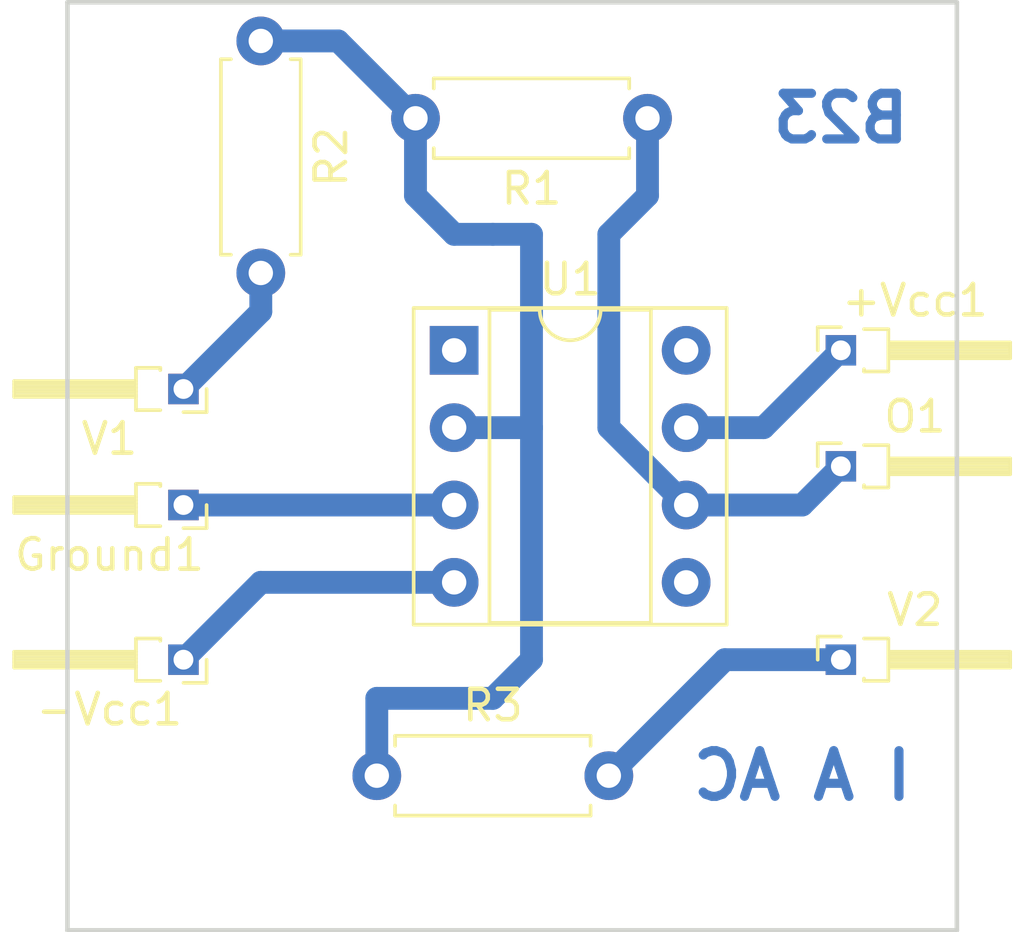
<source format=kicad_pcb>
(kicad_pcb (version 4) (host pcbnew 4.0.7)

  (general
    (links 10)
    (no_connects 0)
    (area 111.884999 64.694999 145.925001 95.325001)
    (thickness 1.6)
    (drawings 6)
    (tracks 27)
    (zones 0)
    (modules 10)
    (nets 11)
  )

  (page A4)
  (layers
    (0 F.Cu signal)
    (31 B.Cu signal)
    (32 B.Adhes user)
    (33 F.Adhes user)
    (34 B.Paste user)
    (35 F.Paste user)
    (36 B.SilkS user)
    (37 F.SilkS user)
    (38 B.Mask user)
    (39 F.Mask user)
    (40 Dwgs.User user)
    (41 Cmts.User user)
    (42 Eco1.User user)
    (43 Eco2.User user)
    (44 Edge.Cuts user)
    (45 Margin user)
    (46 B.CrtYd user)
    (47 F.CrtYd user)
    (48 B.Fab user)
    (49 F.Fab user)
  )

  (setup
    (last_trace_width 0.75)
    (trace_clearance 0.2)
    (zone_clearance 0.508)
    (zone_45_only no)
    (trace_min 0.2)
    (segment_width 0.2)
    (edge_width 0.15)
    (via_size 0.6)
    (via_drill 0.4)
    (via_min_size 0.4)
    (via_min_drill 0.3)
    (uvia_size 0.3)
    (uvia_drill 0.1)
    (uvias_allowed no)
    (uvia_min_size 0.2)
    (uvia_min_drill 0.1)
    (pcb_text_width 0.3)
    (pcb_text_size 1.5 1.5)
    (mod_edge_width 0.15)
    (mod_text_size 1 1)
    (mod_text_width 0.15)
    (pad_size 1.524 1.524)
    (pad_drill 0.762)
    (pad_to_mask_clearance 0.2)
    (aux_axis_origin 0 0)
    (visible_elements FFFFFF7F)
    (pcbplotparams
      (layerselection 0x3d030_80000001)
      (usegerberextensions false)
      (excludeedgelayer true)
      (linewidth 0.100000)
      (plotframeref false)
      (viasonmask false)
      (mode 1)
      (useauxorigin false)
      (hpglpennumber 1)
      (hpglpenspeed 20)
      (hpglpendiameter 15)
      (hpglpenoverlay 2)
      (psnegative false)
      (psa4output false)
      (plotreference true)
      (plotvalue true)
      (plotinvisibletext false)
      (padsonsilk false)
      (subtractmaskfromsilk false)
      (outputformat 4)
      (mirror false)
      (drillshape 0)
      (scaleselection 1)
      (outputdirectory ""))
  )

  (net 0 "")
  (net 1 "Net-(+Vcc1-Pad1)")
  (net 2 "Net-(-Vcc1-Pad1)")
  (net 3 "Net-(Ground1-Pad1)")
  (net 4 "Net-(O1-Pad1)")
  (net 5 "Net-(R1-Pad2)")
  (net 6 "Net-(R2-Pad2)")
  (net 7 "Net-(R3-Pad2)")
  (net 8 "Net-(U1-Pad1)")
  (net 9 "Net-(U1-Pad5)")
  (net 10 "Net-(U1-Pad8)")

  (net_class Default "This is the default net class."
    (clearance 0.2)
    (trace_width 0.75)
    (via_dia 0.6)
    (via_drill 0.4)
    (uvia_dia 0.3)
    (uvia_drill 0.1)
    (add_net "Net-(+Vcc1-Pad1)")
    (add_net "Net-(-Vcc1-Pad1)")
    (add_net "Net-(Ground1-Pad1)")
    (add_net "Net-(O1-Pad1)")
    (add_net "Net-(R1-Pad2)")
    (add_net "Net-(R2-Pad2)")
    (add_net "Net-(R3-Pad2)")
    (add_net "Net-(U1-Pad1)")
    (add_net "Net-(U1-Pad5)")
    (add_net "Net-(U1-Pad8)")
  )

  (module Pin_Headers:Pin_Header_Angled_1x01_Pitch1.27mm (layer F.Cu) (tedit 59650535) (tstamp 5C508AF2)
    (at 139.7 76.2)
    (descr "Through hole angled pin header, 1x01, 1.27mm pitch, 4.0mm pin length, single row")
    (tags "Through hole angled pin header THT 1x01 1.27mm single row")
    (path /5C508620)
    (fp_text reference +Vcc1 (at 2.4325 -1.635) (layer F.SilkS)
      (effects (font (size 1 1) (thickness 0.15)))
    )
    (fp_text value +12V (at 2.4325 1.635) (layer F.Fab)
      (effects (font (size 1 1) (thickness 0.15)))
    )
    (fp_line (start 0.75 -0.635) (end 1.5 -0.635) (layer F.Fab) (width 0.1))
    (fp_line (start 1.5 -0.635) (end 1.5 0.635) (layer F.Fab) (width 0.1))
    (fp_line (start 1.5 0.635) (end 0.5 0.635) (layer F.Fab) (width 0.1))
    (fp_line (start 0.5 0.635) (end 0.5 -0.385) (layer F.Fab) (width 0.1))
    (fp_line (start 0.5 -0.385) (end 0.75 -0.635) (layer F.Fab) (width 0.1))
    (fp_line (start -0.2 -0.2) (end 0.5 -0.2) (layer F.Fab) (width 0.1))
    (fp_line (start -0.2 -0.2) (end -0.2 0.2) (layer F.Fab) (width 0.1))
    (fp_line (start -0.2 0.2) (end 0.5 0.2) (layer F.Fab) (width 0.1))
    (fp_line (start 1.5 -0.2) (end 5.5 -0.2) (layer F.Fab) (width 0.1))
    (fp_line (start 5.5 -0.2) (end 5.5 0.2) (layer F.Fab) (width 0.1))
    (fp_line (start 1.5 0.2) (end 5.5 0.2) (layer F.Fab) (width 0.1))
    (fp_line (start 0.76 -0.695) (end 1.56 -0.695) (layer F.SilkS) (width 0.12))
    (fp_line (start 1.56 -0.695) (end 1.56 0.695) (layer F.SilkS) (width 0.12))
    (fp_line (start 1.56 0.695) (end 0.76 0.695) (layer F.SilkS) (width 0.12))
    (fp_line (start 0.76 0.695) (end 0.76 0.619677) (layer F.SilkS) (width 0.12))
    (fp_line (start 1.56 -0.26) (end 5.56 -0.26) (layer F.SilkS) (width 0.12))
    (fp_line (start 5.56 -0.26) (end 5.56 0.26) (layer F.SilkS) (width 0.12))
    (fp_line (start 5.56 0.26) (end 1.56 0.26) (layer F.SilkS) (width 0.12))
    (fp_line (start 1.56 -0.2) (end 5.56 -0.2) (layer F.SilkS) (width 0.12))
    (fp_line (start 1.56 -0.08) (end 5.56 -0.08) (layer F.SilkS) (width 0.12))
    (fp_line (start 1.56 0.04) (end 5.56 0.04) (layer F.SilkS) (width 0.12))
    (fp_line (start 1.56 0.16) (end 5.56 0.16) (layer F.SilkS) (width 0.12))
    (fp_line (start -0.76 0) (end -0.76 -0.76) (layer F.SilkS) (width 0.12))
    (fp_line (start -0.76 -0.76) (end 0 -0.76) (layer F.SilkS) (width 0.12))
    (fp_line (start -1.15 -1.15) (end -1.15 1.15) (layer F.CrtYd) (width 0.05))
    (fp_line (start -1.15 1.15) (end 6 1.15) (layer F.CrtYd) (width 0.05))
    (fp_line (start 6 1.15) (end 6 -1.15) (layer F.CrtYd) (width 0.05))
    (fp_line (start 6 -1.15) (end -1.15 -1.15) (layer F.CrtYd) (width 0.05))
    (fp_text user %R (at 1 0 90) (layer F.Fab)
      (effects (font (size 0.6 0.6) (thickness 0.09)))
    )
    (pad 1 thru_hole rect (at 0 0) (size 1 1) (drill 0.65) (layers *.Cu *.Mask)
      (net 1 "Net-(+Vcc1-Pad1)"))
    (model ${KISYS3DMOD}/Pin_Headers.3dshapes/Pin_Header_Angled_1x01_Pitch1.27mm.wrl
      (at (xyz 0 0 0))
      (scale (xyz 1 1 1))
      (rotate (xyz 0 0 0))
    )
  )

  (module Pin_Headers:Pin_Header_Angled_1x01_Pitch1.27mm (layer F.Cu) (tedit 59650535) (tstamp 5C508AF7)
    (at 118.11 86.36 180)
    (descr "Through hole angled pin header, 1x01, 1.27mm pitch, 4.0mm pin length, single row")
    (tags "Through hole angled pin header THT 1x01 1.27mm single row")
    (path /5C508595)
    (fp_text reference -Vcc1 (at 2.4325 -1.635 180) (layer F.SilkS)
      (effects (font (size 1 1) (thickness 0.15)))
    )
    (fp_text value -12V (at 2.4325 1.635 180) (layer F.Fab)
      (effects (font (size 1 1) (thickness 0.15)))
    )
    (fp_line (start 0.75 -0.635) (end 1.5 -0.635) (layer F.Fab) (width 0.1))
    (fp_line (start 1.5 -0.635) (end 1.5 0.635) (layer F.Fab) (width 0.1))
    (fp_line (start 1.5 0.635) (end 0.5 0.635) (layer F.Fab) (width 0.1))
    (fp_line (start 0.5 0.635) (end 0.5 -0.385) (layer F.Fab) (width 0.1))
    (fp_line (start 0.5 -0.385) (end 0.75 -0.635) (layer F.Fab) (width 0.1))
    (fp_line (start -0.2 -0.2) (end 0.5 -0.2) (layer F.Fab) (width 0.1))
    (fp_line (start -0.2 -0.2) (end -0.2 0.2) (layer F.Fab) (width 0.1))
    (fp_line (start -0.2 0.2) (end 0.5 0.2) (layer F.Fab) (width 0.1))
    (fp_line (start 1.5 -0.2) (end 5.5 -0.2) (layer F.Fab) (width 0.1))
    (fp_line (start 5.5 -0.2) (end 5.5 0.2) (layer F.Fab) (width 0.1))
    (fp_line (start 1.5 0.2) (end 5.5 0.2) (layer F.Fab) (width 0.1))
    (fp_line (start 0.76 -0.695) (end 1.56 -0.695) (layer F.SilkS) (width 0.12))
    (fp_line (start 1.56 -0.695) (end 1.56 0.695) (layer F.SilkS) (width 0.12))
    (fp_line (start 1.56 0.695) (end 0.76 0.695) (layer F.SilkS) (width 0.12))
    (fp_line (start 0.76 0.695) (end 0.76 0.619677) (layer F.SilkS) (width 0.12))
    (fp_line (start 1.56 -0.26) (end 5.56 -0.26) (layer F.SilkS) (width 0.12))
    (fp_line (start 5.56 -0.26) (end 5.56 0.26) (layer F.SilkS) (width 0.12))
    (fp_line (start 5.56 0.26) (end 1.56 0.26) (layer F.SilkS) (width 0.12))
    (fp_line (start 1.56 -0.2) (end 5.56 -0.2) (layer F.SilkS) (width 0.12))
    (fp_line (start 1.56 -0.08) (end 5.56 -0.08) (layer F.SilkS) (width 0.12))
    (fp_line (start 1.56 0.04) (end 5.56 0.04) (layer F.SilkS) (width 0.12))
    (fp_line (start 1.56 0.16) (end 5.56 0.16) (layer F.SilkS) (width 0.12))
    (fp_line (start -0.76 0) (end -0.76 -0.76) (layer F.SilkS) (width 0.12))
    (fp_line (start -0.76 -0.76) (end 0 -0.76) (layer F.SilkS) (width 0.12))
    (fp_line (start -1.15 -1.15) (end -1.15 1.15) (layer F.CrtYd) (width 0.05))
    (fp_line (start -1.15 1.15) (end 6 1.15) (layer F.CrtYd) (width 0.05))
    (fp_line (start 6 1.15) (end 6 -1.15) (layer F.CrtYd) (width 0.05))
    (fp_line (start 6 -1.15) (end -1.15 -1.15) (layer F.CrtYd) (width 0.05))
    (fp_text user %R (at 1 0 270) (layer F.Fab)
      (effects (font (size 0.6 0.6) (thickness 0.09)))
    )
    (pad 1 thru_hole rect (at 0 0 180) (size 1 1) (drill 0.65) (layers *.Cu *.Mask)
      (net 2 "Net-(-Vcc1-Pad1)"))
    (model ${KISYS3DMOD}/Pin_Headers.3dshapes/Pin_Header_Angled_1x01_Pitch1.27mm.wrl
      (at (xyz 0 0 0))
      (scale (xyz 1 1 1))
      (rotate (xyz 0 0 0))
    )
  )

  (module Pin_Headers:Pin_Header_Angled_1x01_Pitch1.27mm (layer F.Cu) (tedit 59650535) (tstamp 5C508AFC)
    (at 118.11 81.28 180)
    (descr "Through hole angled pin header, 1x01, 1.27mm pitch, 4.0mm pin length, single row")
    (tags "Through hole angled pin header THT 1x01 1.27mm single row")
    (path /5C50857A)
    (fp_text reference Ground1 (at 2.4325 -1.635 180) (layer F.SilkS)
      (effects (font (size 1 1) (thickness 0.15)))
    )
    (fp_text value Gnd (at 2.4325 1.635 180) (layer F.Fab)
      (effects (font (size 1 1) (thickness 0.15)))
    )
    (fp_line (start 0.75 -0.635) (end 1.5 -0.635) (layer F.Fab) (width 0.1))
    (fp_line (start 1.5 -0.635) (end 1.5 0.635) (layer F.Fab) (width 0.1))
    (fp_line (start 1.5 0.635) (end 0.5 0.635) (layer F.Fab) (width 0.1))
    (fp_line (start 0.5 0.635) (end 0.5 -0.385) (layer F.Fab) (width 0.1))
    (fp_line (start 0.5 -0.385) (end 0.75 -0.635) (layer F.Fab) (width 0.1))
    (fp_line (start -0.2 -0.2) (end 0.5 -0.2) (layer F.Fab) (width 0.1))
    (fp_line (start -0.2 -0.2) (end -0.2 0.2) (layer F.Fab) (width 0.1))
    (fp_line (start -0.2 0.2) (end 0.5 0.2) (layer F.Fab) (width 0.1))
    (fp_line (start 1.5 -0.2) (end 5.5 -0.2) (layer F.Fab) (width 0.1))
    (fp_line (start 5.5 -0.2) (end 5.5 0.2) (layer F.Fab) (width 0.1))
    (fp_line (start 1.5 0.2) (end 5.5 0.2) (layer F.Fab) (width 0.1))
    (fp_line (start 0.76 -0.695) (end 1.56 -0.695) (layer F.SilkS) (width 0.12))
    (fp_line (start 1.56 -0.695) (end 1.56 0.695) (layer F.SilkS) (width 0.12))
    (fp_line (start 1.56 0.695) (end 0.76 0.695) (layer F.SilkS) (width 0.12))
    (fp_line (start 0.76 0.695) (end 0.76 0.619677) (layer F.SilkS) (width 0.12))
    (fp_line (start 1.56 -0.26) (end 5.56 -0.26) (layer F.SilkS) (width 0.12))
    (fp_line (start 5.56 -0.26) (end 5.56 0.26) (layer F.SilkS) (width 0.12))
    (fp_line (start 5.56 0.26) (end 1.56 0.26) (layer F.SilkS) (width 0.12))
    (fp_line (start 1.56 -0.2) (end 5.56 -0.2) (layer F.SilkS) (width 0.12))
    (fp_line (start 1.56 -0.08) (end 5.56 -0.08) (layer F.SilkS) (width 0.12))
    (fp_line (start 1.56 0.04) (end 5.56 0.04) (layer F.SilkS) (width 0.12))
    (fp_line (start 1.56 0.16) (end 5.56 0.16) (layer F.SilkS) (width 0.12))
    (fp_line (start -0.76 0) (end -0.76 -0.76) (layer F.SilkS) (width 0.12))
    (fp_line (start -0.76 -0.76) (end 0 -0.76) (layer F.SilkS) (width 0.12))
    (fp_line (start -1.15 -1.15) (end -1.15 1.15) (layer F.CrtYd) (width 0.05))
    (fp_line (start -1.15 1.15) (end 6 1.15) (layer F.CrtYd) (width 0.05))
    (fp_line (start 6 1.15) (end 6 -1.15) (layer F.CrtYd) (width 0.05))
    (fp_line (start 6 -1.15) (end -1.15 -1.15) (layer F.CrtYd) (width 0.05))
    (fp_text user %R (at 1 0 270) (layer F.Fab)
      (effects (font (size 0.6 0.6) (thickness 0.09)))
    )
    (pad 1 thru_hole rect (at 0 0 180) (size 1 1) (drill 0.65) (layers *.Cu *.Mask)
      (net 3 "Net-(Ground1-Pad1)"))
    (model ${KISYS3DMOD}/Pin_Headers.3dshapes/Pin_Header_Angled_1x01_Pitch1.27mm.wrl
      (at (xyz 0 0 0))
      (scale (xyz 1 1 1))
      (rotate (xyz 0 0 0))
    )
  )

  (module Pin_Headers:Pin_Header_Angled_1x01_Pitch1.27mm (layer F.Cu) (tedit 59650535) (tstamp 5C508B01)
    (at 139.7 80.01)
    (descr "Through hole angled pin header, 1x01, 1.27mm pitch, 4.0mm pin length, single row")
    (tags "Through hole angled pin header THT 1x01 1.27mm single row")
    (path /5C5085F7)
    (fp_text reference O1 (at 2.4325 -1.635) (layer F.SilkS)
      (effects (font (size 1 1) (thickness 0.15)))
    )
    (fp_text value CRO (at 2.4325 1.635) (layer F.Fab)
      (effects (font (size 1 1) (thickness 0.15)))
    )
    (fp_line (start 0.75 -0.635) (end 1.5 -0.635) (layer F.Fab) (width 0.1))
    (fp_line (start 1.5 -0.635) (end 1.5 0.635) (layer F.Fab) (width 0.1))
    (fp_line (start 1.5 0.635) (end 0.5 0.635) (layer F.Fab) (width 0.1))
    (fp_line (start 0.5 0.635) (end 0.5 -0.385) (layer F.Fab) (width 0.1))
    (fp_line (start 0.5 -0.385) (end 0.75 -0.635) (layer F.Fab) (width 0.1))
    (fp_line (start -0.2 -0.2) (end 0.5 -0.2) (layer F.Fab) (width 0.1))
    (fp_line (start -0.2 -0.2) (end -0.2 0.2) (layer F.Fab) (width 0.1))
    (fp_line (start -0.2 0.2) (end 0.5 0.2) (layer F.Fab) (width 0.1))
    (fp_line (start 1.5 -0.2) (end 5.5 -0.2) (layer F.Fab) (width 0.1))
    (fp_line (start 5.5 -0.2) (end 5.5 0.2) (layer F.Fab) (width 0.1))
    (fp_line (start 1.5 0.2) (end 5.5 0.2) (layer F.Fab) (width 0.1))
    (fp_line (start 0.76 -0.695) (end 1.56 -0.695) (layer F.SilkS) (width 0.12))
    (fp_line (start 1.56 -0.695) (end 1.56 0.695) (layer F.SilkS) (width 0.12))
    (fp_line (start 1.56 0.695) (end 0.76 0.695) (layer F.SilkS) (width 0.12))
    (fp_line (start 0.76 0.695) (end 0.76 0.619677) (layer F.SilkS) (width 0.12))
    (fp_line (start 1.56 -0.26) (end 5.56 -0.26) (layer F.SilkS) (width 0.12))
    (fp_line (start 5.56 -0.26) (end 5.56 0.26) (layer F.SilkS) (width 0.12))
    (fp_line (start 5.56 0.26) (end 1.56 0.26) (layer F.SilkS) (width 0.12))
    (fp_line (start 1.56 -0.2) (end 5.56 -0.2) (layer F.SilkS) (width 0.12))
    (fp_line (start 1.56 -0.08) (end 5.56 -0.08) (layer F.SilkS) (width 0.12))
    (fp_line (start 1.56 0.04) (end 5.56 0.04) (layer F.SilkS) (width 0.12))
    (fp_line (start 1.56 0.16) (end 5.56 0.16) (layer F.SilkS) (width 0.12))
    (fp_line (start -0.76 0) (end -0.76 -0.76) (layer F.SilkS) (width 0.12))
    (fp_line (start -0.76 -0.76) (end 0 -0.76) (layer F.SilkS) (width 0.12))
    (fp_line (start -1.15 -1.15) (end -1.15 1.15) (layer F.CrtYd) (width 0.05))
    (fp_line (start -1.15 1.15) (end 6 1.15) (layer F.CrtYd) (width 0.05))
    (fp_line (start 6 1.15) (end 6 -1.15) (layer F.CrtYd) (width 0.05))
    (fp_line (start 6 -1.15) (end -1.15 -1.15) (layer F.CrtYd) (width 0.05))
    (fp_text user %R (at 1 0 90) (layer F.Fab)
      (effects (font (size 0.6 0.6) (thickness 0.09)))
    )
    (pad 1 thru_hole rect (at 0 0) (size 1 1) (drill 0.65) (layers *.Cu *.Mask)
      (net 4 "Net-(O1-Pad1)"))
    (model ${KISYS3DMOD}/Pin_Headers.3dshapes/Pin_Header_Angled_1x01_Pitch1.27mm.wrl
      (at (xyz 0 0 0))
      (scale (xyz 1 1 1))
      (rotate (xyz 0 0 0))
    )
  )

  (module Resistors_THT:R_Axial_DIN0207_L6.3mm_D2.5mm_P7.62mm_Horizontal (layer F.Cu) (tedit 5874F706) (tstamp 5C508B07)
    (at 133.35 68.58 180)
    (descr "Resistor, Axial_DIN0207 series, Axial, Horizontal, pin pitch=7.62mm, 0.25W = 1/4W, length*diameter=6.3*2.5mm^2, http://cdn-reichelt.de/documents/datenblatt/B400/1_4W%23YAG.pdf")
    (tags "Resistor Axial_DIN0207 series Axial Horizontal pin pitch 7.62mm 0.25W = 1/4W length 6.3mm diameter 2.5mm")
    (path /5C508740)
    (fp_text reference R1 (at 3.81 -2.31 180) (layer F.SilkS)
      (effects (font (size 1 1) (thickness 0.15)))
    )
    (fp_text value "1k ohm" (at 3.81 2.31 180) (layer F.Fab)
      (effects (font (size 1 1) (thickness 0.15)))
    )
    (fp_line (start 0.66 -1.25) (end 0.66 1.25) (layer F.Fab) (width 0.1))
    (fp_line (start 0.66 1.25) (end 6.96 1.25) (layer F.Fab) (width 0.1))
    (fp_line (start 6.96 1.25) (end 6.96 -1.25) (layer F.Fab) (width 0.1))
    (fp_line (start 6.96 -1.25) (end 0.66 -1.25) (layer F.Fab) (width 0.1))
    (fp_line (start 0 0) (end 0.66 0) (layer F.Fab) (width 0.1))
    (fp_line (start 7.62 0) (end 6.96 0) (layer F.Fab) (width 0.1))
    (fp_line (start 0.6 -0.98) (end 0.6 -1.31) (layer F.SilkS) (width 0.12))
    (fp_line (start 0.6 -1.31) (end 7.02 -1.31) (layer F.SilkS) (width 0.12))
    (fp_line (start 7.02 -1.31) (end 7.02 -0.98) (layer F.SilkS) (width 0.12))
    (fp_line (start 0.6 0.98) (end 0.6 1.31) (layer F.SilkS) (width 0.12))
    (fp_line (start 0.6 1.31) (end 7.02 1.31) (layer F.SilkS) (width 0.12))
    (fp_line (start 7.02 1.31) (end 7.02 0.98) (layer F.SilkS) (width 0.12))
    (fp_line (start -1.05 -1.6) (end -1.05 1.6) (layer F.CrtYd) (width 0.05))
    (fp_line (start -1.05 1.6) (end 8.7 1.6) (layer F.CrtYd) (width 0.05))
    (fp_line (start 8.7 1.6) (end 8.7 -1.6) (layer F.CrtYd) (width 0.05))
    (fp_line (start 8.7 -1.6) (end -1.05 -1.6) (layer F.CrtYd) (width 0.05))
    (pad 1 thru_hole circle (at 0 0 180) (size 1.6 1.6) (drill 0.8) (layers *.Cu *.Mask)
      (net 4 "Net-(O1-Pad1)"))
    (pad 2 thru_hole oval (at 7.62 0 180) (size 1.6 1.6) (drill 0.8) (layers *.Cu *.Mask)
      (net 5 "Net-(R1-Pad2)"))
    (model ${KISYS3DMOD}/Resistors_THT.3dshapes/R_Axial_DIN0207_L6.3mm_D2.5mm_P7.62mm_Horizontal.wrl
      (at (xyz 0 0 0))
      (scale (xyz 0.393701 0.393701 0.393701))
      (rotate (xyz 0 0 0))
    )
  )

  (module Resistors_THT:R_Axial_DIN0207_L6.3mm_D2.5mm_P7.62mm_Horizontal (layer F.Cu) (tedit 5874F706) (tstamp 5C508B0D)
    (at 120.65 66.04 270)
    (descr "Resistor, Axial_DIN0207 series, Axial, Horizontal, pin pitch=7.62mm, 0.25W = 1/4W, length*diameter=6.3*2.5mm^2, http://cdn-reichelt.de/documents/datenblatt/B400/1_4W%23YAG.pdf")
    (tags "Resistor Axial_DIN0207 series Axial Horizontal pin pitch 7.62mm 0.25W = 1/4W length 6.3mm diameter 2.5mm")
    (path /5C508775)
    (fp_text reference R2 (at 3.81 -2.31 270) (layer F.SilkS)
      (effects (font (size 1 1) (thickness 0.15)))
    )
    (fp_text value "1k ohm" (at 3.81 2.31 270) (layer F.Fab)
      (effects (font (size 1 1) (thickness 0.15)))
    )
    (fp_line (start 0.66 -1.25) (end 0.66 1.25) (layer F.Fab) (width 0.1))
    (fp_line (start 0.66 1.25) (end 6.96 1.25) (layer F.Fab) (width 0.1))
    (fp_line (start 6.96 1.25) (end 6.96 -1.25) (layer F.Fab) (width 0.1))
    (fp_line (start 6.96 -1.25) (end 0.66 -1.25) (layer F.Fab) (width 0.1))
    (fp_line (start 0 0) (end 0.66 0) (layer F.Fab) (width 0.1))
    (fp_line (start 7.62 0) (end 6.96 0) (layer F.Fab) (width 0.1))
    (fp_line (start 0.6 -0.98) (end 0.6 -1.31) (layer F.SilkS) (width 0.12))
    (fp_line (start 0.6 -1.31) (end 7.02 -1.31) (layer F.SilkS) (width 0.12))
    (fp_line (start 7.02 -1.31) (end 7.02 -0.98) (layer F.SilkS) (width 0.12))
    (fp_line (start 0.6 0.98) (end 0.6 1.31) (layer F.SilkS) (width 0.12))
    (fp_line (start 0.6 1.31) (end 7.02 1.31) (layer F.SilkS) (width 0.12))
    (fp_line (start 7.02 1.31) (end 7.02 0.98) (layer F.SilkS) (width 0.12))
    (fp_line (start -1.05 -1.6) (end -1.05 1.6) (layer F.CrtYd) (width 0.05))
    (fp_line (start -1.05 1.6) (end 8.7 1.6) (layer F.CrtYd) (width 0.05))
    (fp_line (start 8.7 1.6) (end 8.7 -1.6) (layer F.CrtYd) (width 0.05))
    (fp_line (start 8.7 -1.6) (end -1.05 -1.6) (layer F.CrtYd) (width 0.05))
    (pad 1 thru_hole circle (at 0 0 270) (size 1.6 1.6) (drill 0.8) (layers *.Cu *.Mask)
      (net 5 "Net-(R1-Pad2)"))
    (pad 2 thru_hole oval (at 7.62 0 270) (size 1.6 1.6) (drill 0.8) (layers *.Cu *.Mask)
      (net 6 "Net-(R2-Pad2)"))
    (model ${KISYS3DMOD}/Resistors_THT.3dshapes/R_Axial_DIN0207_L6.3mm_D2.5mm_P7.62mm_Horizontal.wrl
      (at (xyz 0 0 0))
      (scale (xyz 0.393701 0.393701 0.393701))
      (rotate (xyz 0 0 0))
    )
  )

  (module Resistors_THT:R_Axial_DIN0207_L6.3mm_D2.5mm_P7.62mm_Horizontal (layer F.Cu) (tedit 5874F706) (tstamp 5C508B13)
    (at 124.46 90.17)
    (descr "Resistor, Axial_DIN0207 series, Axial, Horizontal, pin pitch=7.62mm, 0.25W = 1/4W, length*diameter=6.3*2.5mm^2, http://cdn-reichelt.de/documents/datenblatt/B400/1_4W%23YAG.pdf")
    (tags "Resistor Axial_DIN0207 series Axial Horizontal pin pitch 7.62mm 0.25W = 1/4W length 6.3mm diameter 2.5mm")
    (path /5C50879C)
    (fp_text reference R3 (at 3.81 -2.31) (layer F.SilkS)
      (effects (font (size 1 1) (thickness 0.15)))
    )
    (fp_text value "1k ohm" (at 3.81 2.31) (layer F.Fab)
      (effects (font (size 1 1) (thickness 0.15)))
    )
    (fp_line (start 0.66 -1.25) (end 0.66 1.25) (layer F.Fab) (width 0.1))
    (fp_line (start 0.66 1.25) (end 6.96 1.25) (layer F.Fab) (width 0.1))
    (fp_line (start 6.96 1.25) (end 6.96 -1.25) (layer F.Fab) (width 0.1))
    (fp_line (start 6.96 -1.25) (end 0.66 -1.25) (layer F.Fab) (width 0.1))
    (fp_line (start 0 0) (end 0.66 0) (layer F.Fab) (width 0.1))
    (fp_line (start 7.62 0) (end 6.96 0) (layer F.Fab) (width 0.1))
    (fp_line (start 0.6 -0.98) (end 0.6 -1.31) (layer F.SilkS) (width 0.12))
    (fp_line (start 0.6 -1.31) (end 7.02 -1.31) (layer F.SilkS) (width 0.12))
    (fp_line (start 7.02 -1.31) (end 7.02 -0.98) (layer F.SilkS) (width 0.12))
    (fp_line (start 0.6 0.98) (end 0.6 1.31) (layer F.SilkS) (width 0.12))
    (fp_line (start 0.6 1.31) (end 7.02 1.31) (layer F.SilkS) (width 0.12))
    (fp_line (start 7.02 1.31) (end 7.02 0.98) (layer F.SilkS) (width 0.12))
    (fp_line (start -1.05 -1.6) (end -1.05 1.6) (layer F.CrtYd) (width 0.05))
    (fp_line (start -1.05 1.6) (end 8.7 1.6) (layer F.CrtYd) (width 0.05))
    (fp_line (start 8.7 1.6) (end 8.7 -1.6) (layer F.CrtYd) (width 0.05))
    (fp_line (start 8.7 -1.6) (end -1.05 -1.6) (layer F.CrtYd) (width 0.05))
    (pad 1 thru_hole circle (at 0 0) (size 1.6 1.6) (drill 0.8) (layers *.Cu *.Mask)
      (net 5 "Net-(R1-Pad2)"))
    (pad 2 thru_hole oval (at 7.62 0) (size 1.6 1.6) (drill 0.8) (layers *.Cu *.Mask)
      (net 7 "Net-(R3-Pad2)"))
    (model ${KISYS3DMOD}/Resistors_THT.3dshapes/R_Axial_DIN0207_L6.3mm_D2.5mm_P7.62mm_Horizontal.wrl
      (at (xyz 0 0 0))
      (scale (xyz 0.393701 0.393701 0.393701))
      (rotate (xyz 0 0 0))
    )
  )

  (module Housings_DIP:DIP-8_W7.62mm_Socket (layer F.Cu) (tedit 59C78D6B) (tstamp 5C508B1F)
    (at 127 76.2)
    (descr "8-lead though-hole mounted DIP package, row spacing 7.62 mm (300 mils), Socket")
    (tags "THT DIP DIL PDIP 2.54mm 7.62mm 300mil Socket")
    (path /5C50850F)
    (fp_text reference U1 (at 3.81 -2.33) (layer F.SilkS)
      (effects (font (size 1 1) (thickness 0.15)))
    )
    (fp_text value LM741 (at 3.81 9.95) (layer F.Fab)
      (effects (font (size 1 1) (thickness 0.15)))
    )
    (fp_arc (start 3.81 -1.33) (end 2.81 -1.33) (angle -180) (layer F.SilkS) (width 0.12))
    (fp_line (start 1.635 -1.27) (end 6.985 -1.27) (layer F.Fab) (width 0.1))
    (fp_line (start 6.985 -1.27) (end 6.985 8.89) (layer F.Fab) (width 0.1))
    (fp_line (start 6.985 8.89) (end 0.635 8.89) (layer F.Fab) (width 0.1))
    (fp_line (start 0.635 8.89) (end 0.635 -0.27) (layer F.Fab) (width 0.1))
    (fp_line (start 0.635 -0.27) (end 1.635 -1.27) (layer F.Fab) (width 0.1))
    (fp_line (start -1.27 -1.33) (end -1.27 8.95) (layer F.Fab) (width 0.1))
    (fp_line (start -1.27 8.95) (end 8.89 8.95) (layer F.Fab) (width 0.1))
    (fp_line (start 8.89 8.95) (end 8.89 -1.33) (layer F.Fab) (width 0.1))
    (fp_line (start 8.89 -1.33) (end -1.27 -1.33) (layer F.Fab) (width 0.1))
    (fp_line (start 2.81 -1.33) (end 1.16 -1.33) (layer F.SilkS) (width 0.12))
    (fp_line (start 1.16 -1.33) (end 1.16 8.95) (layer F.SilkS) (width 0.12))
    (fp_line (start 1.16 8.95) (end 6.46 8.95) (layer F.SilkS) (width 0.12))
    (fp_line (start 6.46 8.95) (end 6.46 -1.33) (layer F.SilkS) (width 0.12))
    (fp_line (start 6.46 -1.33) (end 4.81 -1.33) (layer F.SilkS) (width 0.12))
    (fp_line (start -1.33 -1.39) (end -1.33 9.01) (layer F.SilkS) (width 0.12))
    (fp_line (start -1.33 9.01) (end 8.95 9.01) (layer F.SilkS) (width 0.12))
    (fp_line (start 8.95 9.01) (end 8.95 -1.39) (layer F.SilkS) (width 0.12))
    (fp_line (start 8.95 -1.39) (end -1.33 -1.39) (layer F.SilkS) (width 0.12))
    (fp_line (start -1.55 -1.6) (end -1.55 9.2) (layer F.CrtYd) (width 0.05))
    (fp_line (start -1.55 9.2) (end 9.15 9.2) (layer F.CrtYd) (width 0.05))
    (fp_line (start 9.15 9.2) (end 9.15 -1.6) (layer F.CrtYd) (width 0.05))
    (fp_line (start 9.15 -1.6) (end -1.55 -1.6) (layer F.CrtYd) (width 0.05))
    (fp_text user %R (at 3.81 3.81) (layer F.Fab)
      (effects (font (size 1 1) (thickness 0.15)))
    )
    (pad 1 thru_hole rect (at 0 0) (size 1.6 1.6) (drill 0.8) (layers *.Cu *.Mask)
      (net 8 "Net-(U1-Pad1)"))
    (pad 5 thru_hole oval (at 7.62 7.62) (size 1.6 1.6) (drill 0.8) (layers *.Cu *.Mask)
      (net 9 "Net-(U1-Pad5)"))
    (pad 2 thru_hole oval (at 0 2.54) (size 1.6 1.6) (drill 0.8) (layers *.Cu *.Mask)
      (net 5 "Net-(R1-Pad2)"))
    (pad 6 thru_hole oval (at 7.62 5.08) (size 1.6 1.6) (drill 0.8) (layers *.Cu *.Mask)
      (net 4 "Net-(O1-Pad1)"))
    (pad 3 thru_hole oval (at 0 5.08) (size 1.6 1.6) (drill 0.8) (layers *.Cu *.Mask)
      (net 3 "Net-(Ground1-Pad1)"))
    (pad 7 thru_hole oval (at 7.62 2.54) (size 1.6 1.6) (drill 0.8) (layers *.Cu *.Mask)
      (net 1 "Net-(+Vcc1-Pad1)"))
    (pad 4 thru_hole oval (at 0 7.62) (size 1.6 1.6) (drill 0.8) (layers *.Cu *.Mask)
      (net 2 "Net-(-Vcc1-Pad1)"))
    (pad 8 thru_hole oval (at 7.62 0) (size 1.6 1.6) (drill 0.8) (layers *.Cu *.Mask)
      (net 10 "Net-(U1-Pad8)"))
    (model ${KISYS3DMOD}/Housings_DIP.3dshapes/DIP-8_W7.62mm_Socket.wrl
      (at (xyz 0 0 0))
      (scale (xyz 1 1 1))
      (rotate (xyz 0 0 0))
    )
  )

  (module Pin_Headers:Pin_Header_Angled_1x01_Pitch1.27mm (layer F.Cu) (tedit 59650535) (tstamp 5C508B24)
    (at 118.11 77.47 180)
    (descr "Through hole angled pin header, 1x01, 1.27mm pitch, 4.0mm pin length, single row")
    (tags "Through hole angled pin header THT 1x01 1.27mm single row")
    (path /5C508553)
    (fp_text reference V1 (at 2.4325 -1.635 180) (layer F.SilkS)
      (effects (font (size 1 1) (thickness 0.15)))
    )
    (fp_text value I1 (at 2.4325 1.635 180) (layer F.Fab)
      (effects (font (size 1 1) (thickness 0.15)))
    )
    (fp_line (start 0.75 -0.635) (end 1.5 -0.635) (layer F.Fab) (width 0.1))
    (fp_line (start 1.5 -0.635) (end 1.5 0.635) (layer F.Fab) (width 0.1))
    (fp_line (start 1.5 0.635) (end 0.5 0.635) (layer F.Fab) (width 0.1))
    (fp_line (start 0.5 0.635) (end 0.5 -0.385) (layer F.Fab) (width 0.1))
    (fp_line (start 0.5 -0.385) (end 0.75 -0.635) (layer F.Fab) (width 0.1))
    (fp_line (start -0.2 -0.2) (end 0.5 -0.2) (layer F.Fab) (width 0.1))
    (fp_line (start -0.2 -0.2) (end -0.2 0.2) (layer F.Fab) (width 0.1))
    (fp_line (start -0.2 0.2) (end 0.5 0.2) (layer F.Fab) (width 0.1))
    (fp_line (start 1.5 -0.2) (end 5.5 -0.2) (layer F.Fab) (width 0.1))
    (fp_line (start 5.5 -0.2) (end 5.5 0.2) (layer F.Fab) (width 0.1))
    (fp_line (start 1.5 0.2) (end 5.5 0.2) (layer F.Fab) (width 0.1))
    (fp_line (start 0.76 -0.695) (end 1.56 -0.695) (layer F.SilkS) (width 0.12))
    (fp_line (start 1.56 -0.695) (end 1.56 0.695) (layer F.SilkS) (width 0.12))
    (fp_line (start 1.56 0.695) (end 0.76 0.695) (layer F.SilkS) (width 0.12))
    (fp_line (start 0.76 0.695) (end 0.76 0.619677) (layer F.SilkS) (width 0.12))
    (fp_line (start 1.56 -0.26) (end 5.56 -0.26) (layer F.SilkS) (width 0.12))
    (fp_line (start 5.56 -0.26) (end 5.56 0.26) (layer F.SilkS) (width 0.12))
    (fp_line (start 5.56 0.26) (end 1.56 0.26) (layer F.SilkS) (width 0.12))
    (fp_line (start 1.56 -0.2) (end 5.56 -0.2) (layer F.SilkS) (width 0.12))
    (fp_line (start 1.56 -0.08) (end 5.56 -0.08) (layer F.SilkS) (width 0.12))
    (fp_line (start 1.56 0.04) (end 5.56 0.04) (layer F.SilkS) (width 0.12))
    (fp_line (start 1.56 0.16) (end 5.56 0.16) (layer F.SilkS) (width 0.12))
    (fp_line (start -0.76 0) (end -0.76 -0.76) (layer F.SilkS) (width 0.12))
    (fp_line (start -0.76 -0.76) (end 0 -0.76) (layer F.SilkS) (width 0.12))
    (fp_line (start -1.15 -1.15) (end -1.15 1.15) (layer F.CrtYd) (width 0.05))
    (fp_line (start -1.15 1.15) (end 6 1.15) (layer F.CrtYd) (width 0.05))
    (fp_line (start 6 1.15) (end 6 -1.15) (layer F.CrtYd) (width 0.05))
    (fp_line (start 6 -1.15) (end -1.15 -1.15) (layer F.CrtYd) (width 0.05))
    (fp_text user %R (at 1 0 270) (layer F.Fab)
      (effects (font (size 0.6 0.6) (thickness 0.09)))
    )
    (pad 1 thru_hole rect (at 0 0 180) (size 1 1) (drill 0.65) (layers *.Cu *.Mask)
      (net 6 "Net-(R2-Pad2)"))
    (model ${KISYS3DMOD}/Pin_Headers.3dshapes/Pin_Header_Angled_1x01_Pitch1.27mm.wrl
      (at (xyz 0 0 0))
      (scale (xyz 1 1 1))
      (rotate (xyz 0 0 0))
    )
  )

  (module Pin_Headers:Pin_Header_Angled_1x01_Pitch1.27mm (layer F.Cu) (tedit 59650535) (tstamp 5C508B29)
    (at 139.7 86.36)
    (descr "Through hole angled pin header, 1x01, 1.27mm pitch, 4.0mm pin length, single row")
    (tags "Through hole angled pin header THT 1x01 1.27mm single row")
    (path /5C508877)
    (fp_text reference V2 (at 2.4325 -1.635) (layer F.SilkS)
      (effects (font (size 1 1) (thickness 0.15)))
    )
    (fp_text value I2 (at 2.4325 1.635) (layer F.Fab)
      (effects (font (size 1 1) (thickness 0.15)))
    )
    (fp_line (start 0.75 -0.635) (end 1.5 -0.635) (layer F.Fab) (width 0.1))
    (fp_line (start 1.5 -0.635) (end 1.5 0.635) (layer F.Fab) (width 0.1))
    (fp_line (start 1.5 0.635) (end 0.5 0.635) (layer F.Fab) (width 0.1))
    (fp_line (start 0.5 0.635) (end 0.5 -0.385) (layer F.Fab) (width 0.1))
    (fp_line (start 0.5 -0.385) (end 0.75 -0.635) (layer F.Fab) (width 0.1))
    (fp_line (start -0.2 -0.2) (end 0.5 -0.2) (layer F.Fab) (width 0.1))
    (fp_line (start -0.2 -0.2) (end -0.2 0.2) (layer F.Fab) (width 0.1))
    (fp_line (start -0.2 0.2) (end 0.5 0.2) (layer F.Fab) (width 0.1))
    (fp_line (start 1.5 -0.2) (end 5.5 -0.2) (layer F.Fab) (width 0.1))
    (fp_line (start 5.5 -0.2) (end 5.5 0.2) (layer F.Fab) (width 0.1))
    (fp_line (start 1.5 0.2) (end 5.5 0.2) (layer F.Fab) (width 0.1))
    (fp_line (start 0.76 -0.695) (end 1.56 -0.695) (layer F.SilkS) (width 0.12))
    (fp_line (start 1.56 -0.695) (end 1.56 0.695) (layer F.SilkS) (width 0.12))
    (fp_line (start 1.56 0.695) (end 0.76 0.695) (layer F.SilkS) (width 0.12))
    (fp_line (start 0.76 0.695) (end 0.76 0.619677) (layer F.SilkS) (width 0.12))
    (fp_line (start 1.56 -0.26) (end 5.56 -0.26) (layer F.SilkS) (width 0.12))
    (fp_line (start 5.56 -0.26) (end 5.56 0.26) (layer F.SilkS) (width 0.12))
    (fp_line (start 5.56 0.26) (end 1.56 0.26) (layer F.SilkS) (width 0.12))
    (fp_line (start 1.56 -0.2) (end 5.56 -0.2) (layer F.SilkS) (width 0.12))
    (fp_line (start 1.56 -0.08) (end 5.56 -0.08) (layer F.SilkS) (width 0.12))
    (fp_line (start 1.56 0.04) (end 5.56 0.04) (layer F.SilkS) (width 0.12))
    (fp_line (start 1.56 0.16) (end 5.56 0.16) (layer F.SilkS) (width 0.12))
    (fp_line (start -0.76 0) (end -0.76 -0.76) (layer F.SilkS) (width 0.12))
    (fp_line (start -0.76 -0.76) (end 0 -0.76) (layer F.SilkS) (width 0.12))
    (fp_line (start -1.15 -1.15) (end -1.15 1.15) (layer F.CrtYd) (width 0.05))
    (fp_line (start -1.15 1.15) (end 6 1.15) (layer F.CrtYd) (width 0.05))
    (fp_line (start 6 1.15) (end 6 -1.15) (layer F.CrtYd) (width 0.05))
    (fp_line (start 6 -1.15) (end -1.15 -1.15) (layer F.CrtYd) (width 0.05))
    (fp_text user %R (at 1 0 90) (layer F.Fab)
      (effects (font (size 0.6 0.6) (thickness 0.09)))
    )
    (pad 1 thru_hole rect (at 0 0) (size 1 1) (drill 0.65) (layers *.Cu *.Mask)
      (net 7 "Net-(R3-Pad2)"))
    (model ${KISYS3DMOD}/Pin_Headers.3dshapes/Pin_Header_Angled_1x01_Pitch1.27mm.wrl
      (at (xyz 0 0 0))
      (scale (xyz 1 1 1))
      (rotate (xyz 0 0 0))
    )
  )

  (gr_line (start 143.51 64.77) (end 114.3 64.77) (angle 90) (layer Edge.Cuts) (width 0.15))
  (gr_line (start 143.51 95.25) (end 143.51 64.77) (angle 90) (layer Edge.Cuts) (width 0.15))
  (gr_line (start 114.3 95.25) (end 143.51 95.25) (angle 90) (layer Edge.Cuts) (width 0.15))
  (gr_line (start 114.3 64.77) (end 114.3 95.25) (angle 90) (layer Edge.Cuts) (width 0.15))
  (gr_text "I A AC" (at 138.43 90.17) (layer B.Cu)
    (effects (font (size 1.5 1.5) (thickness 0.3)) (justify mirror))
  )
  (gr_text B23 (at 139.7 68.58) (layer B.Cu)
    (effects (font (size 1.5 1.5) (thickness 0.3)) (justify mirror))
  )

  (segment (start 134.62 78.74) (end 137.16 78.74) (width 0.75) (layer B.Cu) (net 1) (status 400000))
  (segment (start 137.16 78.74) (end 139.7 76.2) (width 0.75) (layer B.Cu) (net 1) (tstamp 5C508C53) (status 800000))
  (segment (start 127 83.82) (end 120.65 83.82) (width 0.75) (layer B.Cu) (net 2) (status 400000))
  (segment (start 120.65 83.82) (end 118.11 86.36) (width 0.75) (layer B.Cu) (net 2) (tstamp 5C508C8F) (status 800000))
  (segment (start 127 81.28) (end 118.11 81.28) (width 0.75) (layer B.Cu) (net 3) (status C00000))
  (segment (start 133.35 68.58) (end 133.35 71.12) (width 0.75) (layer B.Cu) (net 4) (status 400000))
  (segment (start 132.08 78.74) (end 134.62 81.28) (width 0.75) (layer B.Cu) (net 4) (tstamp 5C508C5B) (status 800000))
  (segment (start 132.08 72.39) (end 132.08 78.74) (width 0.75) (layer B.Cu) (net 4) (tstamp 5C508C5A))
  (segment (start 133.35 71.12) (end 132.08 72.39) (width 0.75) (layer B.Cu) (net 4) (tstamp 5C508C59))
  (segment (start 134.62 81.28) (end 138.43 81.28) (width 0.75) (layer B.Cu) (net 4) (status 400000))
  (segment (start 138.43 81.28) (end 139.7 80.01) (width 0.75) (layer B.Cu) (net 4) (tstamp 5C508C56) (status 800000))
  (segment (start 125.73 68.58) (end 125.73 71.12) (width 0.75) (layer B.Cu) (net 5) (status 400000))
  (segment (start 129.54 72.39) (end 129.54 78.74) (width 0.75) (layer B.Cu) (net 5) (tstamp 5C508C7D))
  (segment (start 128.27 72.39) (end 129.54 72.39) (width 0.75) (layer B.Cu) (net 5) (tstamp 5C508C7B))
  (segment (start 127 72.39) (end 128.27 72.39) (width 0.75) (layer B.Cu) (net 5) (tstamp 5C508C7A))
  (segment (start 125.73 71.12) (end 127 72.39) (width 0.75) (layer B.Cu) (net 5) (tstamp 5C508C73))
  (segment (start 120.65 66.04) (end 123.19 66.04) (width 0.75) (layer B.Cu) (net 5) (status 400000))
  (segment (start 123.19 66.04) (end 125.73 68.58) (width 0.75) (layer B.Cu) (net 5) (tstamp 5C508C6F) (status 800000))
  (segment (start 127 78.74) (end 129.54 78.74) (width 0.75) (layer B.Cu) (net 5) (status 400000))
  (segment (start 124.46 87.63) (end 124.46 90.17) (width 0.75) (layer B.Cu) (net 5) (tstamp 5C508C65) (status 800000))
  (segment (start 129.54 78.74) (end 129.54 86.36) (width 0.75) (layer B.Cu) (net 5) (tstamp 5C508C5E))
  (segment (start 129.54 86.36) (end 128.27 87.63) (width 0.75) (layer B.Cu) (net 5) (tstamp 5C508C5F))
  (segment (start 128.27 87.63) (end 124.46 87.63) (width 0.75) (layer B.Cu) (net 5) (tstamp 5C508C61))
  (segment (start 120.65 73.66) (end 120.65 74.93) (width 0.75) (layer B.Cu) (net 6) (status 400000))
  (segment (start 120.65 74.93) (end 118.11 77.47) (width 0.75) (layer B.Cu) (net 6) (tstamp 5C508C89) (status 800000))
  (segment (start 139.7 86.36) (end 135.89 86.36) (width 0.75) (layer B.Cu) (net 7) (status 400000))
  (segment (start 135.89 86.36) (end 132.08 90.17) (width 0.75) (layer B.Cu) (net 7) (tstamp 5C508C6B) (status 800000))

)

</source>
